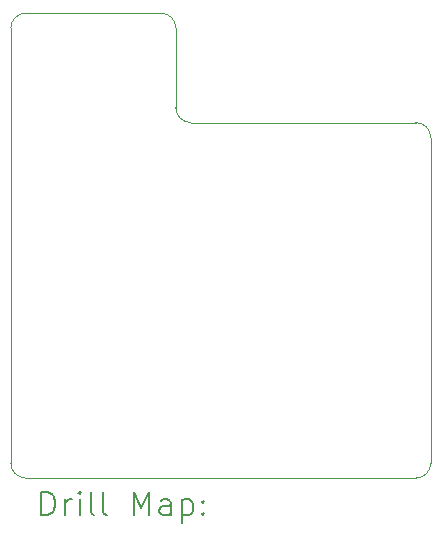
<source format=gbr>
%TF.GenerationSoftware,KiCad,Pcbnew,9.0.0*%
%TF.CreationDate,2025-05-26T23:54:58+02:00*%
%TF.ProjectId,ckbd,636b6264-2e6b-4696-9361-645f70636258,c*%
%TF.SameCoordinates,Original*%
%TF.FileFunction,Drillmap*%
%TF.FilePolarity,Positive*%
%FSLAX45Y45*%
G04 Gerber Fmt 4.5, Leading zero omitted, Abs format (unit mm)*
G04 Created by KiCad (PCBNEW 9.0.0) date 2025-05-26 23:54:58*
%MOMM*%
%LPD*%
G01*
G04 APERTURE LIST*
%ADD10C,0.050000*%
%ADD11C,0.200000*%
G04 APERTURE END LIST*
D10*
X13896340Y-4808220D02*
G75*
G02*
X14023340Y-4935220I0J-127000D01*
G01*
X10467340Y-4008120D02*
G75*
G02*
X10594340Y-3881120I127000J0D01*
G01*
X11991340Y-4808220D02*
G75*
G02*
X11864340Y-4681220I0J127000D01*
G01*
X14023340Y-7691120D02*
G75*
G02*
X13896340Y-7818120I-127000J0D01*
G01*
X10467340Y-4008120D02*
X10467340Y-7691120D01*
X11737340Y-3881120D02*
X10594340Y-3881120D01*
X10594340Y-7818120D02*
X13896340Y-7818120D01*
X13896340Y-4808220D02*
X11991340Y-4808220D01*
X10594340Y-7818120D02*
G75*
G02*
X10467340Y-7691120I0J127000D01*
G01*
X11864340Y-4008120D02*
X11864340Y-4681220D01*
X11737340Y-3881120D02*
G75*
G02*
X11864340Y-4008120I0J-127000D01*
G01*
X14023340Y-7691120D02*
X14023340Y-4935220D01*
D11*
X10725617Y-8132104D02*
X10725617Y-7932104D01*
X10725617Y-7932104D02*
X10773236Y-7932104D01*
X10773236Y-7932104D02*
X10801807Y-7941628D01*
X10801807Y-7941628D02*
X10820855Y-7960675D01*
X10820855Y-7960675D02*
X10830379Y-7979723D01*
X10830379Y-7979723D02*
X10839903Y-8017818D01*
X10839903Y-8017818D02*
X10839903Y-8046389D01*
X10839903Y-8046389D02*
X10830379Y-8084485D01*
X10830379Y-8084485D02*
X10820855Y-8103532D01*
X10820855Y-8103532D02*
X10801807Y-8122580D01*
X10801807Y-8122580D02*
X10773236Y-8132104D01*
X10773236Y-8132104D02*
X10725617Y-8132104D01*
X10925617Y-8132104D02*
X10925617Y-7998770D01*
X10925617Y-8036866D02*
X10935141Y-8017818D01*
X10935141Y-8017818D02*
X10944664Y-8008294D01*
X10944664Y-8008294D02*
X10963712Y-7998770D01*
X10963712Y-7998770D02*
X10982760Y-7998770D01*
X11049426Y-8132104D02*
X11049426Y-7998770D01*
X11049426Y-7932104D02*
X11039903Y-7941628D01*
X11039903Y-7941628D02*
X11049426Y-7951151D01*
X11049426Y-7951151D02*
X11058950Y-7941628D01*
X11058950Y-7941628D02*
X11049426Y-7932104D01*
X11049426Y-7932104D02*
X11049426Y-7951151D01*
X11173236Y-8132104D02*
X11154188Y-8122580D01*
X11154188Y-8122580D02*
X11144664Y-8103532D01*
X11144664Y-8103532D02*
X11144664Y-7932104D01*
X11277998Y-8132104D02*
X11258950Y-8122580D01*
X11258950Y-8122580D02*
X11249426Y-8103532D01*
X11249426Y-8103532D02*
X11249426Y-7932104D01*
X11506569Y-8132104D02*
X11506569Y-7932104D01*
X11506569Y-7932104D02*
X11573236Y-8074961D01*
X11573236Y-8074961D02*
X11639902Y-7932104D01*
X11639902Y-7932104D02*
X11639902Y-8132104D01*
X11820855Y-8132104D02*
X11820855Y-8027342D01*
X11820855Y-8027342D02*
X11811331Y-8008294D01*
X11811331Y-8008294D02*
X11792283Y-7998770D01*
X11792283Y-7998770D02*
X11754188Y-7998770D01*
X11754188Y-7998770D02*
X11735141Y-8008294D01*
X11820855Y-8122580D02*
X11801807Y-8132104D01*
X11801807Y-8132104D02*
X11754188Y-8132104D01*
X11754188Y-8132104D02*
X11735141Y-8122580D01*
X11735141Y-8122580D02*
X11725617Y-8103532D01*
X11725617Y-8103532D02*
X11725617Y-8084485D01*
X11725617Y-8084485D02*
X11735141Y-8065437D01*
X11735141Y-8065437D02*
X11754188Y-8055913D01*
X11754188Y-8055913D02*
X11801807Y-8055913D01*
X11801807Y-8055913D02*
X11820855Y-8046389D01*
X11916093Y-7998770D02*
X11916093Y-8198770D01*
X11916093Y-8008294D02*
X11935141Y-7998770D01*
X11935141Y-7998770D02*
X11973236Y-7998770D01*
X11973236Y-7998770D02*
X11992283Y-8008294D01*
X11992283Y-8008294D02*
X12001807Y-8017818D01*
X12001807Y-8017818D02*
X12011331Y-8036866D01*
X12011331Y-8036866D02*
X12011331Y-8094008D01*
X12011331Y-8094008D02*
X12001807Y-8113056D01*
X12001807Y-8113056D02*
X11992283Y-8122580D01*
X11992283Y-8122580D02*
X11973236Y-8132104D01*
X11973236Y-8132104D02*
X11935141Y-8132104D01*
X11935141Y-8132104D02*
X11916093Y-8122580D01*
X12097045Y-8113056D02*
X12106569Y-8122580D01*
X12106569Y-8122580D02*
X12097045Y-8132104D01*
X12097045Y-8132104D02*
X12087522Y-8122580D01*
X12087522Y-8122580D02*
X12097045Y-8113056D01*
X12097045Y-8113056D02*
X12097045Y-8132104D01*
X12097045Y-8008294D02*
X12106569Y-8017818D01*
X12106569Y-8017818D02*
X12097045Y-8027342D01*
X12097045Y-8027342D02*
X12087522Y-8017818D01*
X12087522Y-8017818D02*
X12097045Y-8008294D01*
X12097045Y-8008294D02*
X12097045Y-8027342D01*
M02*

</source>
